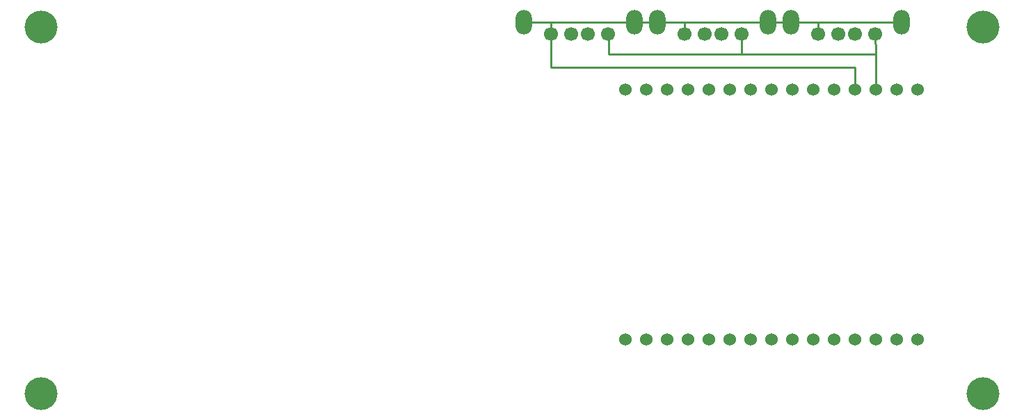
<source format=gbl>
G04 Layer: BottomLayer*
G04 EasyEDA v6.5.22, 2023-02-04 20:07:11*
G04 918ed048709340b69971ac0d1e5c2f20,4bb84c5f6c124816bf94f4484d05adb3,10*
G04 Gerber Generator version 0.2*
G04 Scale: 100 percent, Rotated: No, Reflected: No *
G04 Dimensions in millimeters *
G04 leading zeros omitted , absolute positions ,4 integer and 5 decimal *
%FSLAX45Y45*%
%MOMM*%

%ADD10C,0.2540*%
%ADD11O,1.9999959999999999X2.999994*%
%ADD12C,1.7000*%
%ADD13C,4.0000*%
%ADD14C,1.5240*%

%LPD*%
D10*
X10871200Y7772400D02*
G01*
X10871200Y8039100D01*
X7175500Y8039100D01*
X7175500Y8444572D01*
X7170877Y8449195D01*
X9496501Y8204200D02*
G01*
X7874000Y8204200D01*
X7874000Y8446096D01*
X7870901Y8449195D01*
X9496501Y8449195D02*
G01*
X9496501Y8204200D01*
X11125200Y8204200D01*
X11125200Y7772400D01*
X11122101Y8449195D02*
G01*
X11125200Y8204200D01*
X10422077Y8449195D02*
G01*
X10422077Y8594204D01*
X8796477Y8449195D02*
G01*
X8796477Y8594204D01*
X7170877Y8449195D02*
G01*
X7170877Y8594204D01*
X8193404Y8594204D02*
G01*
X6843395Y8594204D01*
X8468995Y8594204D02*
G01*
X8193404Y8594204D01*
X9819004Y8594204D02*
G01*
X8468995Y8594204D01*
X9819004Y8594204D02*
G01*
X10094595Y8594204D01*
X11444604Y8594204D02*
G01*
X10094595Y8594204D01*
D11*
G01*
X6843395Y8594191D03*
G01*
X8193404Y8594191D03*
D12*
G01*
X7870901Y8449183D03*
G01*
X7620888Y8449183D03*
G01*
X7420889Y8449183D03*
G01*
X7170877Y8449183D03*
D11*
G01*
X10094595Y8594191D03*
G01*
X11444604Y8594191D03*
D12*
G01*
X11122101Y8449183D03*
G01*
X10872088Y8449183D03*
G01*
X10672089Y8449183D03*
G01*
X10422077Y8449183D03*
D11*
G01*
X8468995Y8594191D03*
G01*
X9819004Y8594191D03*
D12*
G01*
X9496501Y8449183D03*
G01*
X9246488Y8449183D03*
G01*
X9046489Y8449183D03*
G01*
X8796477Y8449183D03*
D13*
G01*
X965200Y8534400D03*
G01*
X12433300Y8534400D03*
G01*
X12433300Y4064000D03*
G01*
X965200Y4064000D03*
D14*
G01*
X11633200Y4724400D03*
G01*
X11633200Y7772400D03*
G01*
X11379200Y7772400D03*
G01*
X11125200Y7772400D03*
G01*
X10871200Y7772400D03*
G01*
X10363200Y7772400D03*
G01*
X10109200Y7772400D03*
G01*
X9855200Y7772400D03*
G01*
X9601200Y7772400D03*
G01*
X9347200Y7772400D03*
G01*
X9093200Y7772400D03*
G01*
X8839200Y7772400D03*
G01*
X11379200Y4724400D03*
G01*
X11125200Y4724400D03*
G01*
X10871200Y4724400D03*
G01*
X10617200Y4724400D03*
G01*
X10363200Y4724400D03*
G01*
X10109200Y4724400D03*
G01*
X9855200Y4724400D03*
G01*
X9601200Y4724400D03*
G01*
X9347200Y4724400D03*
G01*
X9093200Y4724400D03*
G01*
X8839200Y4724400D03*
G01*
X8585200Y7772400D03*
G01*
X8331200Y7772400D03*
G01*
X8585200Y4724400D03*
G01*
X8331200Y4724400D03*
G01*
X8077200Y7772400D03*
G01*
X8077200Y4724400D03*
G01*
X10617200Y7772400D03*
M02*

</source>
